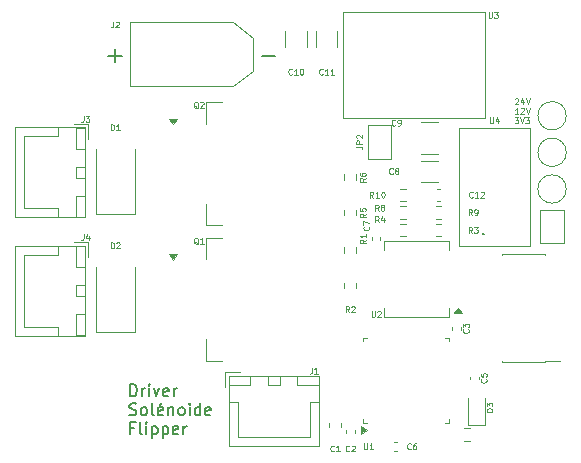
<source format=gbr>
%TF.GenerationSoftware,KiCad,Pcbnew,9.0.6-9.0.6~ubuntu22.04.1*%
%TF.CreationDate,2025-11-05T22:25:10+01:00*%
%TF.ProjectId,FliperKAd,466c6970-6572-44b4-9164-2e6b69636164,rev?*%
%TF.SameCoordinates,Original*%
%TF.FileFunction,Legend,Top*%
%TF.FilePolarity,Positive*%
%FSLAX46Y46*%
G04 Gerber Fmt 4.6, Leading zero omitted, Abs format (unit mm)*
G04 Created by KiCad (PCBNEW 9.0.6-9.0.6~ubuntu22.04.1) date 2025-11-05 22:25:10*
%MOMM*%
%LPD*%
G01*
G04 APERTURE LIST*
%ADD10C,0.100000*%
%ADD11C,0.200000*%
%ADD12C,0.080000*%
%ADD13C,0.150000*%
%ADD14C,0.120000*%
G04 APERTURE END LIST*
D10*
X58861027Y-23771284D02*
X58884836Y-23747475D01*
X58884836Y-23747475D02*
X58932455Y-23723665D01*
X58932455Y-23723665D02*
X59051503Y-23723665D01*
X59051503Y-23723665D02*
X59099122Y-23747475D01*
X59099122Y-23747475D02*
X59122931Y-23771284D01*
X59122931Y-23771284D02*
X59146741Y-23818903D01*
X59146741Y-23818903D02*
X59146741Y-23866522D01*
X59146741Y-23866522D02*
X59122931Y-23937951D01*
X59122931Y-23937951D02*
X58837217Y-24223665D01*
X58837217Y-24223665D02*
X59146741Y-24223665D01*
X59575312Y-23890332D02*
X59575312Y-24223665D01*
X59456264Y-23699856D02*
X59337217Y-24056998D01*
X59337217Y-24056998D02*
X59646740Y-24056998D01*
X59765788Y-23723665D02*
X59932454Y-24223665D01*
X59932454Y-24223665D02*
X60099121Y-23723665D01*
X59146741Y-25028637D02*
X58861027Y-25028637D01*
X59003884Y-25028637D02*
X59003884Y-24528637D01*
X59003884Y-24528637D02*
X58956265Y-24600066D01*
X58956265Y-24600066D02*
X58908646Y-24647685D01*
X58908646Y-24647685D02*
X58861027Y-24671494D01*
X59337217Y-24576256D02*
X59361026Y-24552447D01*
X59361026Y-24552447D02*
X59408645Y-24528637D01*
X59408645Y-24528637D02*
X59527693Y-24528637D01*
X59527693Y-24528637D02*
X59575312Y-24552447D01*
X59575312Y-24552447D02*
X59599121Y-24576256D01*
X59599121Y-24576256D02*
X59622931Y-24623875D01*
X59622931Y-24623875D02*
X59622931Y-24671494D01*
X59622931Y-24671494D02*
X59599121Y-24742923D01*
X59599121Y-24742923D02*
X59313407Y-25028637D01*
X59313407Y-25028637D02*
X59622931Y-25028637D01*
X59765788Y-24528637D02*
X59932454Y-25028637D01*
X59932454Y-25028637D02*
X60099121Y-24528637D01*
X58837217Y-25333609D02*
X59146741Y-25333609D01*
X59146741Y-25333609D02*
X58980074Y-25524085D01*
X58980074Y-25524085D02*
X59051503Y-25524085D01*
X59051503Y-25524085D02*
X59099122Y-25547895D01*
X59099122Y-25547895D02*
X59122931Y-25571704D01*
X59122931Y-25571704D02*
X59146741Y-25619323D01*
X59146741Y-25619323D02*
X59146741Y-25738371D01*
X59146741Y-25738371D02*
X59122931Y-25785990D01*
X59122931Y-25785990D02*
X59099122Y-25809800D01*
X59099122Y-25809800D02*
X59051503Y-25833609D01*
X59051503Y-25833609D02*
X58908646Y-25833609D01*
X58908646Y-25833609D02*
X58861027Y-25809800D01*
X58861027Y-25809800D02*
X58837217Y-25785990D01*
X59289598Y-25333609D02*
X59456264Y-25833609D01*
X59456264Y-25833609D02*
X59622931Y-25333609D01*
X59741978Y-25333609D02*
X60051502Y-25333609D01*
X60051502Y-25333609D02*
X59884835Y-25524085D01*
X59884835Y-25524085D02*
X59956264Y-25524085D01*
X59956264Y-25524085D02*
X60003883Y-25547895D01*
X60003883Y-25547895D02*
X60027692Y-25571704D01*
X60027692Y-25571704D02*
X60051502Y-25619323D01*
X60051502Y-25619323D02*
X60051502Y-25738371D01*
X60051502Y-25738371D02*
X60027692Y-25785990D01*
X60027692Y-25785990D02*
X60003883Y-25809800D01*
X60003883Y-25809800D02*
X59956264Y-25833609D01*
X59956264Y-25833609D02*
X59813407Y-25833609D01*
X59813407Y-25833609D02*
X59765788Y-25809800D01*
X59765788Y-25809800D02*
X59741978Y-25785990D01*
D11*
X26269673Y-48947331D02*
X26269673Y-47947331D01*
X26269673Y-47947331D02*
X26507768Y-47947331D01*
X26507768Y-47947331D02*
X26650625Y-47994950D01*
X26650625Y-47994950D02*
X26745863Y-48090188D01*
X26745863Y-48090188D02*
X26793482Y-48185426D01*
X26793482Y-48185426D02*
X26841101Y-48375902D01*
X26841101Y-48375902D02*
X26841101Y-48518759D01*
X26841101Y-48518759D02*
X26793482Y-48709235D01*
X26793482Y-48709235D02*
X26745863Y-48804473D01*
X26745863Y-48804473D02*
X26650625Y-48899712D01*
X26650625Y-48899712D02*
X26507768Y-48947331D01*
X26507768Y-48947331D02*
X26269673Y-48947331D01*
X27269673Y-48947331D02*
X27269673Y-48280664D01*
X27269673Y-48471140D02*
X27317292Y-48375902D01*
X27317292Y-48375902D02*
X27364911Y-48328283D01*
X27364911Y-48328283D02*
X27460149Y-48280664D01*
X27460149Y-48280664D02*
X27555387Y-48280664D01*
X27888721Y-48947331D02*
X27888721Y-48280664D01*
X27888721Y-47947331D02*
X27841102Y-47994950D01*
X27841102Y-47994950D02*
X27888721Y-48042569D01*
X27888721Y-48042569D02*
X27936340Y-47994950D01*
X27936340Y-47994950D02*
X27888721Y-47947331D01*
X27888721Y-47947331D02*
X27888721Y-48042569D01*
X28269673Y-48280664D02*
X28507768Y-48947331D01*
X28507768Y-48947331D02*
X28745863Y-48280664D01*
X29507768Y-48899712D02*
X29412530Y-48947331D01*
X29412530Y-48947331D02*
X29222054Y-48947331D01*
X29222054Y-48947331D02*
X29126816Y-48899712D01*
X29126816Y-48899712D02*
X29079197Y-48804473D01*
X29079197Y-48804473D02*
X29079197Y-48423521D01*
X29079197Y-48423521D02*
X29126816Y-48328283D01*
X29126816Y-48328283D02*
X29222054Y-48280664D01*
X29222054Y-48280664D02*
X29412530Y-48280664D01*
X29412530Y-48280664D02*
X29507768Y-48328283D01*
X29507768Y-48328283D02*
X29555387Y-48423521D01*
X29555387Y-48423521D02*
X29555387Y-48518759D01*
X29555387Y-48518759D02*
X29079197Y-48613997D01*
X29983959Y-48947331D02*
X29983959Y-48280664D01*
X29983959Y-48471140D02*
X30031578Y-48375902D01*
X30031578Y-48375902D02*
X30079197Y-48328283D01*
X30079197Y-48328283D02*
X30174435Y-48280664D01*
X30174435Y-48280664D02*
X30269673Y-48280664D01*
X26222054Y-50509656D02*
X26364911Y-50557275D01*
X26364911Y-50557275D02*
X26603006Y-50557275D01*
X26603006Y-50557275D02*
X26698244Y-50509656D01*
X26698244Y-50509656D02*
X26745863Y-50462036D01*
X26745863Y-50462036D02*
X26793482Y-50366798D01*
X26793482Y-50366798D02*
X26793482Y-50271560D01*
X26793482Y-50271560D02*
X26745863Y-50176322D01*
X26745863Y-50176322D02*
X26698244Y-50128703D01*
X26698244Y-50128703D02*
X26603006Y-50081084D01*
X26603006Y-50081084D02*
X26412530Y-50033465D01*
X26412530Y-50033465D02*
X26317292Y-49985846D01*
X26317292Y-49985846D02*
X26269673Y-49938227D01*
X26269673Y-49938227D02*
X26222054Y-49842989D01*
X26222054Y-49842989D02*
X26222054Y-49747751D01*
X26222054Y-49747751D02*
X26269673Y-49652513D01*
X26269673Y-49652513D02*
X26317292Y-49604894D01*
X26317292Y-49604894D02*
X26412530Y-49557275D01*
X26412530Y-49557275D02*
X26650625Y-49557275D01*
X26650625Y-49557275D02*
X26793482Y-49604894D01*
X27364911Y-50557275D02*
X27269673Y-50509656D01*
X27269673Y-50509656D02*
X27222054Y-50462036D01*
X27222054Y-50462036D02*
X27174435Y-50366798D01*
X27174435Y-50366798D02*
X27174435Y-50081084D01*
X27174435Y-50081084D02*
X27222054Y-49985846D01*
X27222054Y-49985846D02*
X27269673Y-49938227D01*
X27269673Y-49938227D02*
X27364911Y-49890608D01*
X27364911Y-49890608D02*
X27507768Y-49890608D01*
X27507768Y-49890608D02*
X27603006Y-49938227D01*
X27603006Y-49938227D02*
X27650625Y-49985846D01*
X27650625Y-49985846D02*
X27698244Y-50081084D01*
X27698244Y-50081084D02*
X27698244Y-50366798D01*
X27698244Y-50366798D02*
X27650625Y-50462036D01*
X27650625Y-50462036D02*
X27603006Y-50509656D01*
X27603006Y-50509656D02*
X27507768Y-50557275D01*
X27507768Y-50557275D02*
X27364911Y-50557275D01*
X28269673Y-50557275D02*
X28174435Y-50509656D01*
X28174435Y-50509656D02*
X28126816Y-50414417D01*
X28126816Y-50414417D02*
X28126816Y-49557275D01*
X29031578Y-50509656D02*
X28936340Y-50557275D01*
X28936340Y-50557275D02*
X28745864Y-50557275D01*
X28745864Y-50557275D02*
X28650626Y-50509656D01*
X28650626Y-50509656D02*
X28603007Y-50414417D01*
X28603007Y-50414417D02*
X28603007Y-50033465D01*
X28603007Y-50033465D02*
X28650626Y-49938227D01*
X28650626Y-49938227D02*
X28745864Y-49890608D01*
X28745864Y-49890608D02*
X28936340Y-49890608D01*
X28936340Y-49890608D02*
X29031578Y-49938227D01*
X29031578Y-49938227D02*
X29079197Y-50033465D01*
X29079197Y-50033465D02*
X29079197Y-50128703D01*
X29079197Y-50128703D02*
X28603007Y-50223941D01*
X28936340Y-49509656D02*
X28793483Y-49652513D01*
X29507769Y-49890608D02*
X29507769Y-50557275D01*
X29507769Y-49985846D02*
X29555388Y-49938227D01*
X29555388Y-49938227D02*
X29650626Y-49890608D01*
X29650626Y-49890608D02*
X29793483Y-49890608D01*
X29793483Y-49890608D02*
X29888721Y-49938227D01*
X29888721Y-49938227D02*
X29936340Y-50033465D01*
X29936340Y-50033465D02*
X29936340Y-50557275D01*
X30555388Y-50557275D02*
X30460150Y-50509656D01*
X30460150Y-50509656D02*
X30412531Y-50462036D01*
X30412531Y-50462036D02*
X30364912Y-50366798D01*
X30364912Y-50366798D02*
X30364912Y-50081084D01*
X30364912Y-50081084D02*
X30412531Y-49985846D01*
X30412531Y-49985846D02*
X30460150Y-49938227D01*
X30460150Y-49938227D02*
X30555388Y-49890608D01*
X30555388Y-49890608D02*
X30698245Y-49890608D01*
X30698245Y-49890608D02*
X30793483Y-49938227D01*
X30793483Y-49938227D02*
X30841102Y-49985846D01*
X30841102Y-49985846D02*
X30888721Y-50081084D01*
X30888721Y-50081084D02*
X30888721Y-50366798D01*
X30888721Y-50366798D02*
X30841102Y-50462036D01*
X30841102Y-50462036D02*
X30793483Y-50509656D01*
X30793483Y-50509656D02*
X30698245Y-50557275D01*
X30698245Y-50557275D02*
X30555388Y-50557275D01*
X31317293Y-50557275D02*
X31317293Y-49890608D01*
X31317293Y-49557275D02*
X31269674Y-49604894D01*
X31269674Y-49604894D02*
X31317293Y-49652513D01*
X31317293Y-49652513D02*
X31364912Y-49604894D01*
X31364912Y-49604894D02*
X31317293Y-49557275D01*
X31317293Y-49557275D02*
X31317293Y-49652513D01*
X32222054Y-50557275D02*
X32222054Y-49557275D01*
X32222054Y-50509656D02*
X32126816Y-50557275D01*
X32126816Y-50557275D02*
X31936340Y-50557275D01*
X31936340Y-50557275D02*
X31841102Y-50509656D01*
X31841102Y-50509656D02*
X31793483Y-50462036D01*
X31793483Y-50462036D02*
X31745864Y-50366798D01*
X31745864Y-50366798D02*
X31745864Y-50081084D01*
X31745864Y-50081084D02*
X31793483Y-49985846D01*
X31793483Y-49985846D02*
X31841102Y-49938227D01*
X31841102Y-49938227D02*
X31936340Y-49890608D01*
X31936340Y-49890608D02*
X32126816Y-49890608D01*
X32126816Y-49890608D02*
X32222054Y-49938227D01*
X33079197Y-50509656D02*
X32983959Y-50557275D01*
X32983959Y-50557275D02*
X32793483Y-50557275D01*
X32793483Y-50557275D02*
X32698245Y-50509656D01*
X32698245Y-50509656D02*
X32650626Y-50414417D01*
X32650626Y-50414417D02*
X32650626Y-50033465D01*
X32650626Y-50033465D02*
X32698245Y-49938227D01*
X32698245Y-49938227D02*
X32793483Y-49890608D01*
X32793483Y-49890608D02*
X32983959Y-49890608D01*
X32983959Y-49890608D02*
X33079197Y-49938227D01*
X33079197Y-49938227D02*
X33126816Y-50033465D01*
X33126816Y-50033465D02*
X33126816Y-50128703D01*
X33126816Y-50128703D02*
X32650626Y-50223941D01*
X26603006Y-51643409D02*
X26269673Y-51643409D01*
X26269673Y-52167219D02*
X26269673Y-51167219D01*
X26269673Y-51167219D02*
X26745863Y-51167219D01*
X27269673Y-52167219D02*
X27174435Y-52119600D01*
X27174435Y-52119600D02*
X27126816Y-52024361D01*
X27126816Y-52024361D02*
X27126816Y-51167219D01*
X27650626Y-52167219D02*
X27650626Y-51500552D01*
X27650626Y-51167219D02*
X27603007Y-51214838D01*
X27603007Y-51214838D02*
X27650626Y-51262457D01*
X27650626Y-51262457D02*
X27698245Y-51214838D01*
X27698245Y-51214838D02*
X27650626Y-51167219D01*
X27650626Y-51167219D02*
X27650626Y-51262457D01*
X28126816Y-51500552D02*
X28126816Y-52500552D01*
X28126816Y-51548171D02*
X28222054Y-51500552D01*
X28222054Y-51500552D02*
X28412530Y-51500552D01*
X28412530Y-51500552D02*
X28507768Y-51548171D01*
X28507768Y-51548171D02*
X28555387Y-51595790D01*
X28555387Y-51595790D02*
X28603006Y-51691028D01*
X28603006Y-51691028D02*
X28603006Y-51976742D01*
X28603006Y-51976742D02*
X28555387Y-52071980D01*
X28555387Y-52071980D02*
X28507768Y-52119600D01*
X28507768Y-52119600D02*
X28412530Y-52167219D01*
X28412530Y-52167219D02*
X28222054Y-52167219D01*
X28222054Y-52167219D02*
X28126816Y-52119600D01*
X29031578Y-51500552D02*
X29031578Y-52500552D01*
X29031578Y-51548171D02*
X29126816Y-51500552D01*
X29126816Y-51500552D02*
X29317292Y-51500552D01*
X29317292Y-51500552D02*
X29412530Y-51548171D01*
X29412530Y-51548171D02*
X29460149Y-51595790D01*
X29460149Y-51595790D02*
X29507768Y-51691028D01*
X29507768Y-51691028D02*
X29507768Y-51976742D01*
X29507768Y-51976742D02*
X29460149Y-52071980D01*
X29460149Y-52071980D02*
X29412530Y-52119600D01*
X29412530Y-52119600D02*
X29317292Y-52167219D01*
X29317292Y-52167219D02*
X29126816Y-52167219D01*
X29126816Y-52167219D02*
X29031578Y-52119600D01*
X30317292Y-52119600D02*
X30222054Y-52167219D01*
X30222054Y-52167219D02*
X30031578Y-52167219D01*
X30031578Y-52167219D02*
X29936340Y-52119600D01*
X29936340Y-52119600D02*
X29888721Y-52024361D01*
X29888721Y-52024361D02*
X29888721Y-51643409D01*
X29888721Y-51643409D02*
X29936340Y-51548171D01*
X29936340Y-51548171D02*
X30031578Y-51500552D01*
X30031578Y-51500552D02*
X30222054Y-51500552D01*
X30222054Y-51500552D02*
X30317292Y-51548171D01*
X30317292Y-51548171D02*
X30364911Y-51643409D01*
X30364911Y-51643409D02*
X30364911Y-51738647D01*
X30364911Y-51738647D02*
X29888721Y-51833885D01*
X30793483Y-52167219D02*
X30793483Y-51500552D01*
X30793483Y-51691028D02*
X30841102Y-51595790D01*
X30841102Y-51595790D02*
X30888721Y-51548171D01*
X30888721Y-51548171D02*
X30983959Y-51500552D01*
X30983959Y-51500552D02*
X31079197Y-51500552D01*
D12*
X56952149Y-50269047D02*
X56452149Y-50269047D01*
X56452149Y-50269047D02*
X56452149Y-50149999D01*
X56452149Y-50149999D02*
X56475959Y-50078571D01*
X56475959Y-50078571D02*
X56523578Y-50030952D01*
X56523578Y-50030952D02*
X56571197Y-50007142D01*
X56571197Y-50007142D02*
X56666435Y-49983333D01*
X56666435Y-49983333D02*
X56737863Y-49983333D01*
X56737863Y-49983333D02*
X56833101Y-50007142D01*
X56833101Y-50007142D02*
X56880720Y-50030952D01*
X56880720Y-50030952D02*
X56928340Y-50078571D01*
X56928340Y-50078571D02*
X56952149Y-50149999D01*
X56952149Y-50149999D02*
X56952149Y-50269047D01*
X56452149Y-49816666D02*
X56452149Y-49507142D01*
X56452149Y-49507142D02*
X56642625Y-49673809D01*
X56642625Y-49673809D02*
X56642625Y-49602380D01*
X56642625Y-49602380D02*
X56666435Y-49554761D01*
X56666435Y-49554761D02*
X56690244Y-49530952D01*
X56690244Y-49530952D02*
X56737863Y-49507142D01*
X56737863Y-49507142D02*
X56856911Y-49507142D01*
X56856911Y-49507142D02*
X56904530Y-49530952D01*
X56904530Y-49530952D02*
X56928340Y-49554761D01*
X56928340Y-49554761D02*
X56952149Y-49602380D01*
X56952149Y-49602380D02*
X56952149Y-49745237D01*
X56952149Y-49745237D02*
X56928340Y-49792856D01*
X56928340Y-49792856D02*
X56904530Y-49816666D01*
X46878571Y-32127149D02*
X46711905Y-31889054D01*
X46592857Y-32127149D02*
X46592857Y-31627149D01*
X46592857Y-31627149D02*
X46783333Y-31627149D01*
X46783333Y-31627149D02*
X46830952Y-31650959D01*
X46830952Y-31650959D02*
X46854762Y-31674768D01*
X46854762Y-31674768D02*
X46878571Y-31722387D01*
X46878571Y-31722387D02*
X46878571Y-31793816D01*
X46878571Y-31793816D02*
X46854762Y-31841435D01*
X46854762Y-31841435D02*
X46830952Y-31865244D01*
X46830952Y-31865244D02*
X46783333Y-31889054D01*
X46783333Y-31889054D02*
X46592857Y-31889054D01*
X47354762Y-32127149D02*
X47069048Y-32127149D01*
X47211905Y-32127149D02*
X47211905Y-31627149D01*
X47211905Y-31627149D02*
X47164286Y-31698578D01*
X47164286Y-31698578D02*
X47116667Y-31746197D01*
X47116667Y-31746197D02*
X47069048Y-31770006D01*
X47664285Y-31627149D02*
X47711904Y-31627149D01*
X47711904Y-31627149D02*
X47759523Y-31650959D01*
X47759523Y-31650959D02*
X47783333Y-31674768D01*
X47783333Y-31674768D02*
X47807142Y-31722387D01*
X47807142Y-31722387D02*
X47830952Y-31817625D01*
X47830952Y-31817625D02*
X47830952Y-31936673D01*
X47830952Y-31936673D02*
X47807142Y-32031911D01*
X47807142Y-32031911D02*
X47783333Y-32079530D01*
X47783333Y-32079530D02*
X47759523Y-32103340D01*
X47759523Y-32103340D02*
X47711904Y-32127149D01*
X47711904Y-32127149D02*
X47664285Y-32127149D01*
X47664285Y-32127149D02*
X47616666Y-32103340D01*
X47616666Y-32103340D02*
X47592857Y-32079530D01*
X47592857Y-32079530D02*
X47569047Y-32031911D01*
X47569047Y-32031911D02*
X47545238Y-31936673D01*
X47545238Y-31936673D02*
X47545238Y-31817625D01*
X47545238Y-31817625D02*
X47569047Y-31722387D01*
X47569047Y-31722387D02*
X47592857Y-31674768D01*
X47592857Y-31674768D02*
X47616666Y-31650959D01*
X47616666Y-31650959D02*
X47664285Y-31627149D01*
X55278571Y-32079530D02*
X55254762Y-32103340D01*
X55254762Y-32103340D02*
X55183333Y-32127149D01*
X55183333Y-32127149D02*
X55135714Y-32127149D01*
X55135714Y-32127149D02*
X55064286Y-32103340D01*
X55064286Y-32103340D02*
X55016667Y-32055720D01*
X55016667Y-32055720D02*
X54992857Y-32008101D01*
X54992857Y-32008101D02*
X54969048Y-31912863D01*
X54969048Y-31912863D02*
X54969048Y-31841435D01*
X54969048Y-31841435D02*
X54992857Y-31746197D01*
X54992857Y-31746197D02*
X55016667Y-31698578D01*
X55016667Y-31698578D02*
X55064286Y-31650959D01*
X55064286Y-31650959D02*
X55135714Y-31627149D01*
X55135714Y-31627149D02*
X55183333Y-31627149D01*
X55183333Y-31627149D02*
X55254762Y-31650959D01*
X55254762Y-31650959D02*
X55278571Y-31674768D01*
X55754762Y-32127149D02*
X55469048Y-32127149D01*
X55611905Y-32127149D02*
X55611905Y-31627149D01*
X55611905Y-31627149D02*
X55564286Y-31698578D01*
X55564286Y-31698578D02*
X55516667Y-31746197D01*
X55516667Y-31746197D02*
X55469048Y-31770006D01*
X55945238Y-31674768D02*
X55969047Y-31650959D01*
X55969047Y-31650959D02*
X56016666Y-31627149D01*
X56016666Y-31627149D02*
X56135714Y-31627149D01*
X56135714Y-31627149D02*
X56183333Y-31650959D01*
X56183333Y-31650959D02*
X56207142Y-31674768D01*
X56207142Y-31674768D02*
X56230952Y-31722387D01*
X56230952Y-31722387D02*
X56230952Y-31770006D01*
X56230952Y-31770006D02*
X56207142Y-31841435D01*
X56207142Y-31841435D02*
X55921428Y-32127149D01*
X55921428Y-32127149D02*
X56230952Y-32127149D01*
X48516666Y-30079530D02*
X48492857Y-30103340D01*
X48492857Y-30103340D02*
X48421428Y-30127149D01*
X48421428Y-30127149D02*
X48373809Y-30127149D01*
X48373809Y-30127149D02*
X48302381Y-30103340D01*
X48302381Y-30103340D02*
X48254762Y-30055720D01*
X48254762Y-30055720D02*
X48230952Y-30008101D01*
X48230952Y-30008101D02*
X48207143Y-29912863D01*
X48207143Y-29912863D02*
X48207143Y-29841435D01*
X48207143Y-29841435D02*
X48230952Y-29746197D01*
X48230952Y-29746197D02*
X48254762Y-29698578D01*
X48254762Y-29698578D02*
X48302381Y-29650959D01*
X48302381Y-29650959D02*
X48373809Y-29627149D01*
X48373809Y-29627149D02*
X48421428Y-29627149D01*
X48421428Y-29627149D02*
X48492857Y-29650959D01*
X48492857Y-29650959D02*
X48516666Y-29674768D01*
X48802381Y-29841435D02*
X48754762Y-29817625D01*
X48754762Y-29817625D02*
X48730952Y-29793816D01*
X48730952Y-29793816D02*
X48707143Y-29746197D01*
X48707143Y-29746197D02*
X48707143Y-29722387D01*
X48707143Y-29722387D02*
X48730952Y-29674768D01*
X48730952Y-29674768D02*
X48754762Y-29650959D01*
X48754762Y-29650959D02*
X48802381Y-29627149D01*
X48802381Y-29627149D02*
X48897619Y-29627149D01*
X48897619Y-29627149D02*
X48945238Y-29650959D01*
X48945238Y-29650959D02*
X48969047Y-29674768D01*
X48969047Y-29674768D02*
X48992857Y-29722387D01*
X48992857Y-29722387D02*
X48992857Y-29746197D01*
X48992857Y-29746197D02*
X48969047Y-29793816D01*
X48969047Y-29793816D02*
X48945238Y-29817625D01*
X48945238Y-29817625D02*
X48897619Y-29841435D01*
X48897619Y-29841435D02*
X48802381Y-29841435D01*
X48802381Y-29841435D02*
X48754762Y-29865244D01*
X48754762Y-29865244D02*
X48730952Y-29889054D01*
X48730952Y-29889054D02*
X48707143Y-29936673D01*
X48707143Y-29936673D02*
X48707143Y-30031911D01*
X48707143Y-30031911D02*
X48730952Y-30079530D01*
X48730952Y-30079530D02*
X48754762Y-30103340D01*
X48754762Y-30103340D02*
X48802381Y-30127149D01*
X48802381Y-30127149D02*
X48897619Y-30127149D01*
X48897619Y-30127149D02*
X48945238Y-30103340D01*
X48945238Y-30103340D02*
X48969047Y-30079530D01*
X48969047Y-30079530D02*
X48992857Y-30031911D01*
X48992857Y-30031911D02*
X48992857Y-29936673D01*
X48992857Y-29936673D02*
X48969047Y-29889054D01*
X48969047Y-29889054D02*
X48945238Y-29865244D01*
X48945238Y-29865244D02*
X48897619Y-29841435D01*
X46479530Y-34583333D02*
X46503340Y-34607142D01*
X46503340Y-34607142D02*
X46527149Y-34678571D01*
X46527149Y-34678571D02*
X46527149Y-34726190D01*
X46527149Y-34726190D02*
X46503340Y-34797618D01*
X46503340Y-34797618D02*
X46455720Y-34845237D01*
X46455720Y-34845237D02*
X46408101Y-34869047D01*
X46408101Y-34869047D02*
X46312863Y-34892856D01*
X46312863Y-34892856D02*
X46241435Y-34892856D01*
X46241435Y-34892856D02*
X46146197Y-34869047D01*
X46146197Y-34869047D02*
X46098578Y-34845237D01*
X46098578Y-34845237D02*
X46050959Y-34797618D01*
X46050959Y-34797618D02*
X46027149Y-34726190D01*
X46027149Y-34726190D02*
X46027149Y-34678571D01*
X46027149Y-34678571D02*
X46050959Y-34607142D01*
X46050959Y-34607142D02*
X46074768Y-34583333D01*
X46027149Y-34416666D02*
X46027149Y-34083333D01*
X46027149Y-34083333D02*
X46527149Y-34297618D01*
X50041666Y-53379530D02*
X50017857Y-53403340D01*
X50017857Y-53403340D02*
X49946428Y-53427149D01*
X49946428Y-53427149D02*
X49898809Y-53427149D01*
X49898809Y-53427149D02*
X49827381Y-53403340D01*
X49827381Y-53403340D02*
X49779762Y-53355720D01*
X49779762Y-53355720D02*
X49755952Y-53308101D01*
X49755952Y-53308101D02*
X49732143Y-53212863D01*
X49732143Y-53212863D02*
X49732143Y-53141435D01*
X49732143Y-53141435D02*
X49755952Y-53046197D01*
X49755952Y-53046197D02*
X49779762Y-52998578D01*
X49779762Y-52998578D02*
X49827381Y-52950959D01*
X49827381Y-52950959D02*
X49898809Y-52927149D01*
X49898809Y-52927149D02*
X49946428Y-52927149D01*
X49946428Y-52927149D02*
X50017857Y-52950959D01*
X50017857Y-52950959D02*
X50041666Y-52974768D01*
X50470238Y-52927149D02*
X50375000Y-52927149D01*
X50375000Y-52927149D02*
X50327381Y-52950959D01*
X50327381Y-52950959D02*
X50303571Y-52974768D01*
X50303571Y-52974768D02*
X50255952Y-53046197D01*
X50255952Y-53046197D02*
X50232143Y-53141435D01*
X50232143Y-53141435D02*
X50232143Y-53331911D01*
X50232143Y-53331911D02*
X50255952Y-53379530D01*
X50255952Y-53379530D02*
X50279762Y-53403340D01*
X50279762Y-53403340D02*
X50327381Y-53427149D01*
X50327381Y-53427149D02*
X50422619Y-53427149D01*
X50422619Y-53427149D02*
X50470238Y-53403340D01*
X50470238Y-53403340D02*
X50494047Y-53379530D01*
X50494047Y-53379530D02*
X50517857Y-53331911D01*
X50517857Y-53331911D02*
X50517857Y-53212863D01*
X50517857Y-53212863D02*
X50494047Y-53165244D01*
X50494047Y-53165244D02*
X50470238Y-53141435D01*
X50470238Y-53141435D02*
X50422619Y-53117625D01*
X50422619Y-53117625D02*
X50327381Y-53117625D01*
X50327381Y-53117625D02*
X50279762Y-53141435D01*
X50279762Y-53141435D02*
X50255952Y-53165244D01*
X50255952Y-53165244D02*
X50232143Y-53212863D01*
X55216666Y-35127149D02*
X55050000Y-34889054D01*
X54930952Y-35127149D02*
X54930952Y-34627149D01*
X54930952Y-34627149D02*
X55121428Y-34627149D01*
X55121428Y-34627149D02*
X55169047Y-34650959D01*
X55169047Y-34650959D02*
X55192857Y-34674768D01*
X55192857Y-34674768D02*
X55216666Y-34722387D01*
X55216666Y-34722387D02*
X55216666Y-34793816D01*
X55216666Y-34793816D02*
X55192857Y-34841435D01*
X55192857Y-34841435D02*
X55169047Y-34865244D01*
X55169047Y-34865244D02*
X55121428Y-34889054D01*
X55121428Y-34889054D02*
X54930952Y-34889054D01*
X55383333Y-34627149D02*
X55692857Y-34627149D01*
X55692857Y-34627149D02*
X55526190Y-34817625D01*
X55526190Y-34817625D02*
X55597619Y-34817625D01*
X55597619Y-34817625D02*
X55645238Y-34841435D01*
X55645238Y-34841435D02*
X55669047Y-34865244D01*
X55669047Y-34865244D02*
X55692857Y-34912863D01*
X55692857Y-34912863D02*
X55692857Y-35031911D01*
X55692857Y-35031911D02*
X55669047Y-35079530D01*
X55669047Y-35079530D02*
X55645238Y-35103340D01*
X55645238Y-35103340D02*
X55597619Y-35127149D01*
X55597619Y-35127149D02*
X55454762Y-35127149D01*
X55454762Y-35127149D02*
X55407143Y-35103340D01*
X55407143Y-35103340D02*
X55383333Y-35079530D01*
X47316666Y-34227149D02*
X47150000Y-33989054D01*
X47030952Y-34227149D02*
X47030952Y-33727149D01*
X47030952Y-33727149D02*
X47221428Y-33727149D01*
X47221428Y-33727149D02*
X47269047Y-33750959D01*
X47269047Y-33750959D02*
X47292857Y-33774768D01*
X47292857Y-33774768D02*
X47316666Y-33822387D01*
X47316666Y-33822387D02*
X47316666Y-33893816D01*
X47316666Y-33893816D02*
X47292857Y-33941435D01*
X47292857Y-33941435D02*
X47269047Y-33965244D01*
X47269047Y-33965244D02*
X47221428Y-33989054D01*
X47221428Y-33989054D02*
X47030952Y-33989054D01*
X47745238Y-33893816D02*
X47745238Y-34227149D01*
X47626190Y-33703340D02*
X47507143Y-34060482D01*
X47507143Y-34060482D02*
X47816666Y-34060482D01*
X56404530Y-47483333D02*
X56428340Y-47507142D01*
X56428340Y-47507142D02*
X56452149Y-47578571D01*
X56452149Y-47578571D02*
X56452149Y-47626190D01*
X56452149Y-47626190D02*
X56428340Y-47697618D01*
X56428340Y-47697618D02*
X56380720Y-47745237D01*
X56380720Y-47745237D02*
X56333101Y-47769047D01*
X56333101Y-47769047D02*
X56237863Y-47792856D01*
X56237863Y-47792856D02*
X56166435Y-47792856D01*
X56166435Y-47792856D02*
X56071197Y-47769047D01*
X56071197Y-47769047D02*
X56023578Y-47745237D01*
X56023578Y-47745237D02*
X55975959Y-47697618D01*
X55975959Y-47697618D02*
X55952149Y-47626190D01*
X55952149Y-47626190D02*
X55952149Y-47578571D01*
X55952149Y-47578571D02*
X55975959Y-47507142D01*
X55975959Y-47507142D02*
X55999768Y-47483333D01*
X55952149Y-47030952D02*
X55952149Y-47269047D01*
X55952149Y-47269047D02*
X56190244Y-47292856D01*
X56190244Y-47292856D02*
X56166435Y-47269047D01*
X56166435Y-47269047D02*
X56142625Y-47221428D01*
X56142625Y-47221428D02*
X56142625Y-47102380D01*
X56142625Y-47102380D02*
X56166435Y-47054761D01*
X56166435Y-47054761D02*
X56190244Y-47030952D01*
X56190244Y-47030952D02*
X56237863Y-47007142D01*
X56237863Y-47007142D02*
X56356911Y-47007142D01*
X56356911Y-47007142D02*
X56404530Y-47030952D01*
X56404530Y-47030952D02*
X56428340Y-47054761D01*
X56428340Y-47054761D02*
X56452149Y-47102380D01*
X56452149Y-47102380D02*
X56452149Y-47221428D01*
X56452149Y-47221428D02*
X56428340Y-47269047D01*
X56428340Y-47269047D02*
X56404530Y-47292856D01*
X54904530Y-43283333D02*
X54928340Y-43307142D01*
X54928340Y-43307142D02*
X54952149Y-43378571D01*
X54952149Y-43378571D02*
X54952149Y-43426190D01*
X54952149Y-43426190D02*
X54928340Y-43497618D01*
X54928340Y-43497618D02*
X54880720Y-43545237D01*
X54880720Y-43545237D02*
X54833101Y-43569047D01*
X54833101Y-43569047D02*
X54737863Y-43592856D01*
X54737863Y-43592856D02*
X54666435Y-43592856D01*
X54666435Y-43592856D02*
X54571197Y-43569047D01*
X54571197Y-43569047D02*
X54523578Y-43545237D01*
X54523578Y-43545237D02*
X54475959Y-43497618D01*
X54475959Y-43497618D02*
X54452149Y-43426190D01*
X54452149Y-43426190D02*
X54452149Y-43378571D01*
X54452149Y-43378571D02*
X54475959Y-43307142D01*
X54475959Y-43307142D02*
X54499768Y-43283333D01*
X54452149Y-43116666D02*
X54452149Y-42807142D01*
X54452149Y-42807142D02*
X54642625Y-42973809D01*
X54642625Y-42973809D02*
X54642625Y-42902380D01*
X54642625Y-42902380D02*
X54666435Y-42854761D01*
X54666435Y-42854761D02*
X54690244Y-42830952D01*
X54690244Y-42830952D02*
X54737863Y-42807142D01*
X54737863Y-42807142D02*
X54856911Y-42807142D01*
X54856911Y-42807142D02*
X54904530Y-42830952D01*
X54904530Y-42830952D02*
X54928340Y-42854761D01*
X54928340Y-42854761D02*
X54952149Y-42902380D01*
X54952149Y-42902380D02*
X54952149Y-43045237D01*
X54952149Y-43045237D02*
X54928340Y-43092856D01*
X54928340Y-43092856D02*
X54904530Y-43116666D01*
X44841666Y-53579530D02*
X44817857Y-53603340D01*
X44817857Y-53603340D02*
X44746428Y-53627149D01*
X44746428Y-53627149D02*
X44698809Y-53627149D01*
X44698809Y-53627149D02*
X44627381Y-53603340D01*
X44627381Y-53603340D02*
X44579762Y-53555720D01*
X44579762Y-53555720D02*
X44555952Y-53508101D01*
X44555952Y-53508101D02*
X44532143Y-53412863D01*
X44532143Y-53412863D02*
X44532143Y-53341435D01*
X44532143Y-53341435D02*
X44555952Y-53246197D01*
X44555952Y-53246197D02*
X44579762Y-53198578D01*
X44579762Y-53198578D02*
X44627381Y-53150959D01*
X44627381Y-53150959D02*
X44698809Y-53127149D01*
X44698809Y-53127149D02*
X44746428Y-53127149D01*
X44746428Y-53127149D02*
X44817857Y-53150959D01*
X44817857Y-53150959D02*
X44841666Y-53174768D01*
X45032143Y-53174768D02*
X45055952Y-53150959D01*
X45055952Y-53150959D02*
X45103571Y-53127149D01*
X45103571Y-53127149D02*
X45222619Y-53127149D01*
X45222619Y-53127149D02*
X45270238Y-53150959D01*
X45270238Y-53150959D02*
X45294047Y-53174768D01*
X45294047Y-53174768D02*
X45317857Y-53222387D01*
X45317857Y-53222387D02*
X45317857Y-53270006D01*
X45317857Y-53270006D02*
X45294047Y-53341435D01*
X45294047Y-53341435D02*
X45008333Y-53627149D01*
X45008333Y-53627149D02*
X45317857Y-53627149D01*
X43541666Y-53579530D02*
X43517857Y-53603340D01*
X43517857Y-53603340D02*
X43446428Y-53627149D01*
X43446428Y-53627149D02*
X43398809Y-53627149D01*
X43398809Y-53627149D02*
X43327381Y-53603340D01*
X43327381Y-53603340D02*
X43279762Y-53555720D01*
X43279762Y-53555720D02*
X43255952Y-53508101D01*
X43255952Y-53508101D02*
X43232143Y-53412863D01*
X43232143Y-53412863D02*
X43232143Y-53341435D01*
X43232143Y-53341435D02*
X43255952Y-53246197D01*
X43255952Y-53246197D02*
X43279762Y-53198578D01*
X43279762Y-53198578D02*
X43327381Y-53150959D01*
X43327381Y-53150959D02*
X43398809Y-53127149D01*
X43398809Y-53127149D02*
X43446428Y-53127149D01*
X43446428Y-53127149D02*
X43517857Y-53150959D01*
X43517857Y-53150959D02*
X43541666Y-53174768D01*
X44017857Y-53627149D02*
X43732143Y-53627149D01*
X43875000Y-53627149D02*
X43875000Y-53127149D01*
X43875000Y-53127149D02*
X43827381Y-53198578D01*
X43827381Y-53198578D02*
X43779762Y-53246197D01*
X43779762Y-53246197D02*
X43732143Y-53270006D01*
X55216666Y-33627149D02*
X55050000Y-33389054D01*
X54930952Y-33627149D02*
X54930952Y-33127149D01*
X54930952Y-33127149D02*
X55121428Y-33127149D01*
X55121428Y-33127149D02*
X55169047Y-33150959D01*
X55169047Y-33150959D02*
X55192857Y-33174768D01*
X55192857Y-33174768D02*
X55216666Y-33222387D01*
X55216666Y-33222387D02*
X55216666Y-33293816D01*
X55216666Y-33293816D02*
X55192857Y-33341435D01*
X55192857Y-33341435D02*
X55169047Y-33365244D01*
X55169047Y-33365244D02*
X55121428Y-33389054D01*
X55121428Y-33389054D02*
X54930952Y-33389054D01*
X55454762Y-33627149D02*
X55550000Y-33627149D01*
X55550000Y-33627149D02*
X55597619Y-33603340D01*
X55597619Y-33603340D02*
X55621428Y-33579530D01*
X55621428Y-33579530D02*
X55669047Y-33508101D01*
X55669047Y-33508101D02*
X55692857Y-33412863D01*
X55692857Y-33412863D02*
X55692857Y-33222387D01*
X55692857Y-33222387D02*
X55669047Y-33174768D01*
X55669047Y-33174768D02*
X55645238Y-33150959D01*
X55645238Y-33150959D02*
X55597619Y-33127149D01*
X55597619Y-33127149D02*
X55502381Y-33127149D01*
X55502381Y-33127149D02*
X55454762Y-33150959D01*
X55454762Y-33150959D02*
X55430952Y-33174768D01*
X55430952Y-33174768D02*
X55407143Y-33222387D01*
X55407143Y-33222387D02*
X55407143Y-33341435D01*
X55407143Y-33341435D02*
X55430952Y-33389054D01*
X55430952Y-33389054D02*
X55454762Y-33412863D01*
X55454762Y-33412863D02*
X55502381Y-33436673D01*
X55502381Y-33436673D02*
X55597619Y-33436673D01*
X55597619Y-33436673D02*
X55645238Y-33412863D01*
X55645238Y-33412863D02*
X55669047Y-33389054D01*
X55669047Y-33389054D02*
X55692857Y-33341435D01*
X47316666Y-33227149D02*
X47150000Y-32989054D01*
X47030952Y-33227149D02*
X47030952Y-32727149D01*
X47030952Y-32727149D02*
X47221428Y-32727149D01*
X47221428Y-32727149D02*
X47269047Y-32750959D01*
X47269047Y-32750959D02*
X47292857Y-32774768D01*
X47292857Y-32774768D02*
X47316666Y-32822387D01*
X47316666Y-32822387D02*
X47316666Y-32893816D01*
X47316666Y-32893816D02*
X47292857Y-32941435D01*
X47292857Y-32941435D02*
X47269047Y-32965244D01*
X47269047Y-32965244D02*
X47221428Y-32989054D01*
X47221428Y-32989054D02*
X47030952Y-32989054D01*
X47602381Y-32941435D02*
X47554762Y-32917625D01*
X47554762Y-32917625D02*
X47530952Y-32893816D01*
X47530952Y-32893816D02*
X47507143Y-32846197D01*
X47507143Y-32846197D02*
X47507143Y-32822387D01*
X47507143Y-32822387D02*
X47530952Y-32774768D01*
X47530952Y-32774768D02*
X47554762Y-32750959D01*
X47554762Y-32750959D02*
X47602381Y-32727149D01*
X47602381Y-32727149D02*
X47697619Y-32727149D01*
X47697619Y-32727149D02*
X47745238Y-32750959D01*
X47745238Y-32750959D02*
X47769047Y-32774768D01*
X47769047Y-32774768D02*
X47792857Y-32822387D01*
X47792857Y-32822387D02*
X47792857Y-32846197D01*
X47792857Y-32846197D02*
X47769047Y-32893816D01*
X47769047Y-32893816D02*
X47745238Y-32917625D01*
X47745238Y-32917625D02*
X47697619Y-32941435D01*
X47697619Y-32941435D02*
X47602381Y-32941435D01*
X47602381Y-32941435D02*
X47554762Y-32965244D01*
X47554762Y-32965244D02*
X47530952Y-32989054D01*
X47530952Y-32989054D02*
X47507143Y-33036673D01*
X47507143Y-33036673D02*
X47507143Y-33131911D01*
X47507143Y-33131911D02*
X47530952Y-33179530D01*
X47530952Y-33179530D02*
X47554762Y-33203340D01*
X47554762Y-33203340D02*
X47602381Y-33227149D01*
X47602381Y-33227149D02*
X47697619Y-33227149D01*
X47697619Y-33227149D02*
X47745238Y-33203340D01*
X47745238Y-33203340D02*
X47769047Y-33179530D01*
X47769047Y-33179530D02*
X47792857Y-33131911D01*
X47792857Y-33131911D02*
X47792857Y-33036673D01*
X47792857Y-33036673D02*
X47769047Y-32989054D01*
X47769047Y-32989054D02*
X47745238Y-32965244D01*
X47745238Y-32965244D02*
X47697619Y-32941435D01*
X56719047Y-25327149D02*
X56719047Y-25731911D01*
X56719047Y-25731911D02*
X56742857Y-25779530D01*
X56742857Y-25779530D02*
X56766666Y-25803340D01*
X56766666Y-25803340D02*
X56814285Y-25827149D01*
X56814285Y-25827149D02*
X56909523Y-25827149D01*
X56909523Y-25827149D02*
X56957142Y-25803340D01*
X56957142Y-25803340D02*
X56980952Y-25779530D01*
X56980952Y-25779530D02*
X57004761Y-25731911D01*
X57004761Y-25731911D02*
X57004761Y-25327149D01*
X57457143Y-25493816D02*
X57457143Y-25827149D01*
X57338095Y-25303340D02*
X57219048Y-25660482D01*
X57219048Y-25660482D02*
X57528571Y-25660482D01*
X48716666Y-25979530D02*
X48692857Y-26003340D01*
X48692857Y-26003340D02*
X48621428Y-26027149D01*
X48621428Y-26027149D02*
X48573809Y-26027149D01*
X48573809Y-26027149D02*
X48502381Y-26003340D01*
X48502381Y-26003340D02*
X48454762Y-25955720D01*
X48454762Y-25955720D02*
X48430952Y-25908101D01*
X48430952Y-25908101D02*
X48407143Y-25812863D01*
X48407143Y-25812863D02*
X48407143Y-25741435D01*
X48407143Y-25741435D02*
X48430952Y-25646197D01*
X48430952Y-25646197D02*
X48454762Y-25598578D01*
X48454762Y-25598578D02*
X48502381Y-25550959D01*
X48502381Y-25550959D02*
X48573809Y-25527149D01*
X48573809Y-25527149D02*
X48621428Y-25527149D01*
X48621428Y-25527149D02*
X48692857Y-25550959D01*
X48692857Y-25550959D02*
X48716666Y-25574768D01*
X48954762Y-26027149D02*
X49050000Y-26027149D01*
X49050000Y-26027149D02*
X49097619Y-26003340D01*
X49097619Y-26003340D02*
X49121428Y-25979530D01*
X49121428Y-25979530D02*
X49169047Y-25908101D01*
X49169047Y-25908101D02*
X49192857Y-25812863D01*
X49192857Y-25812863D02*
X49192857Y-25622387D01*
X49192857Y-25622387D02*
X49169047Y-25574768D01*
X49169047Y-25574768D02*
X49145238Y-25550959D01*
X49145238Y-25550959D02*
X49097619Y-25527149D01*
X49097619Y-25527149D02*
X49002381Y-25527149D01*
X49002381Y-25527149D02*
X48954762Y-25550959D01*
X48954762Y-25550959D02*
X48930952Y-25574768D01*
X48930952Y-25574768D02*
X48907143Y-25622387D01*
X48907143Y-25622387D02*
X48907143Y-25741435D01*
X48907143Y-25741435D02*
X48930952Y-25789054D01*
X48930952Y-25789054D02*
X48954762Y-25812863D01*
X48954762Y-25812863D02*
X49002381Y-25836673D01*
X49002381Y-25836673D02*
X49097619Y-25836673D01*
X49097619Y-25836673D02*
X49145238Y-25812863D01*
X49145238Y-25812863D02*
X49169047Y-25789054D01*
X49169047Y-25789054D02*
X49192857Y-25741435D01*
X42578571Y-21679530D02*
X42554762Y-21703340D01*
X42554762Y-21703340D02*
X42483333Y-21727149D01*
X42483333Y-21727149D02*
X42435714Y-21727149D01*
X42435714Y-21727149D02*
X42364286Y-21703340D01*
X42364286Y-21703340D02*
X42316667Y-21655720D01*
X42316667Y-21655720D02*
X42292857Y-21608101D01*
X42292857Y-21608101D02*
X42269048Y-21512863D01*
X42269048Y-21512863D02*
X42269048Y-21441435D01*
X42269048Y-21441435D02*
X42292857Y-21346197D01*
X42292857Y-21346197D02*
X42316667Y-21298578D01*
X42316667Y-21298578D02*
X42364286Y-21250959D01*
X42364286Y-21250959D02*
X42435714Y-21227149D01*
X42435714Y-21227149D02*
X42483333Y-21227149D01*
X42483333Y-21227149D02*
X42554762Y-21250959D01*
X42554762Y-21250959D02*
X42578571Y-21274768D01*
X43054762Y-21727149D02*
X42769048Y-21727149D01*
X42911905Y-21727149D02*
X42911905Y-21227149D01*
X42911905Y-21227149D02*
X42864286Y-21298578D01*
X42864286Y-21298578D02*
X42816667Y-21346197D01*
X42816667Y-21346197D02*
X42769048Y-21370006D01*
X43530952Y-21727149D02*
X43245238Y-21727149D01*
X43388095Y-21727149D02*
X43388095Y-21227149D01*
X43388095Y-21227149D02*
X43340476Y-21298578D01*
X43340476Y-21298578D02*
X43292857Y-21346197D01*
X43292857Y-21346197D02*
X43245238Y-21370006D01*
X39978571Y-21679530D02*
X39954762Y-21703340D01*
X39954762Y-21703340D02*
X39883333Y-21727149D01*
X39883333Y-21727149D02*
X39835714Y-21727149D01*
X39835714Y-21727149D02*
X39764286Y-21703340D01*
X39764286Y-21703340D02*
X39716667Y-21655720D01*
X39716667Y-21655720D02*
X39692857Y-21608101D01*
X39692857Y-21608101D02*
X39669048Y-21512863D01*
X39669048Y-21512863D02*
X39669048Y-21441435D01*
X39669048Y-21441435D02*
X39692857Y-21346197D01*
X39692857Y-21346197D02*
X39716667Y-21298578D01*
X39716667Y-21298578D02*
X39764286Y-21250959D01*
X39764286Y-21250959D02*
X39835714Y-21227149D01*
X39835714Y-21227149D02*
X39883333Y-21227149D01*
X39883333Y-21227149D02*
X39954762Y-21250959D01*
X39954762Y-21250959D02*
X39978571Y-21274768D01*
X40454762Y-21727149D02*
X40169048Y-21727149D01*
X40311905Y-21727149D02*
X40311905Y-21227149D01*
X40311905Y-21227149D02*
X40264286Y-21298578D01*
X40264286Y-21298578D02*
X40216667Y-21346197D01*
X40216667Y-21346197D02*
X40169048Y-21370006D01*
X40764285Y-21227149D02*
X40811904Y-21227149D01*
X40811904Y-21227149D02*
X40859523Y-21250959D01*
X40859523Y-21250959D02*
X40883333Y-21274768D01*
X40883333Y-21274768D02*
X40907142Y-21322387D01*
X40907142Y-21322387D02*
X40930952Y-21417625D01*
X40930952Y-21417625D02*
X40930952Y-21536673D01*
X40930952Y-21536673D02*
X40907142Y-21631911D01*
X40907142Y-21631911D02*
X40883333Y-21679530D01*
X40883333Y-21679530D02*
X40859523Y-21703340D01*
X40859523Y-21703340D02*
X40811904Y-21727149D01*
X40811904Y-21727149D02*
X40764285Y-21727149D01*
X40764285Y-21727149D02*
X40716666Y-21703340D01*
X40716666Y-21703340D02*
X40692857Y-21679530D01*
X40692857Y-21679530D02*
X40669047Y-21631911D01*
X40669047Y-21631911D02*
X40645238Y-21536673D01*
X40645238Y-21536673D02*
X40645238Y-21417625D01*
X40645238Y-21417625D02*
X40669047Y-21322387D01*
X40669047Y-21322387D02*
X40692857Y-21274768D01*
X40692857Y-21274768D02*
X40716666Y-21250959D01*
X40716666Y-21250959D02*
X40764285Y-21227149D01*
X46719047Y-41727149D02*
X46719047Y-42131911D01*
X46719047Y-42131911D02*
X46742857Y-42179530D01*
X46742857Y-42179530D02*
X46766666Y-42203340D01*
X46766666Y-42203340D02*
X46814285Y-42227149D01*
X46814285Y-42227149D02*
X46909523Y-42227149D01*
X46909523Y-42227149D02*
X46957142Y-42203340D01*
X46957142Y-42203340D02*
X46980952Y-42179530D01*
X46980952Y-42179530D02*
X47004761Y-42131911D01*
X47004761Y-42131911D02*
X47004761Y-41727149D01*
X47219048Y-41774768D02*
X47242857Y-41750959D01*
X47242857Y-41750959D02*
X47290476Y-41727149D01*
X47290476Y-41727149D02*
X47409524Y-41727149D01*
X47409524Y-41727149D02*
X47457143Y-41750959D01*
X47457143Y-41750959D02*
X47480952Y-41774768D01*
X47480952Y-41774768D02*
X47504762Y-41822387D01*
X47504762Y-41822387D02*
X47504762Y-41870006D01*
X47504762Y-41870006D02*
X47480952Y-41941435D01*
X47480952Y-41941435D02*
X47195238Y-42227149D01*
X47195238Y-42227149D02*
X47504762Y-42227149D01*
X32052380Y-24574768D02*
X32004761Y-24550959D01*
X32004761Y-24550959D02*
X31957142Y-24503340D01*
X31957142Y-24503340D02*
X31885714Y-24431911D01*
X31885714Y-24431911D02*
X31838095Y-24408101D01*
X31838095Y-24408101D02*
X31790476Y-24408101D01*
X31814285Y-24527149D02*
X31766666Y-24503340D01*
X31766666Y-24503340D02*
X31719047Y-24455720D01*
X31719047Y-24455720D02*
X31695238Y-24360482D01*
X31695238Y-24360482D02*
X31695238Y-24193816D01*
X31695238Y-24193816D02*
X31719047Y-24098578D01*
X31719047Y-24098578D02*
X31766666Y-24050959D01*
X31766666Y-24050959D02*
X31814285Y-24027149D01*
X31814285Y-24027149D02*
X31909523Y-24027149D01*
X31909523Y-24027149D02*
X31957142Y-24050959D01*
X31957142Y-24050959D02*
X32004761Y-24098578D01*
X32004761Y-24098578D02*
X32028571Y-24193816D01*
X32028571Y-24193816D02*
X32028571Y-24360482D01*
X32028571Y-24360482D02*
X32004761Y-24455720D01*
X32004761Y-24455720D02*
X31957142Y-24503340D01*
X31957142Y-24503340D02*
X31909523Y-24527149D01*
X31909523Y-24527149D02*
X31814285Y-24527149D01*
X32219048Y-24074768D02*
X32242857Y-24050959D01*
X32242857Y-24050959D02*
X32290476Y-24027149D01*
X32290476Y-24027149D02*
X32409524Y-24027149D01*
X32409524Y-24027149D02*
X32457143Y-24050959D01*
X32457143Y-24050959D02*
X32480952Y-24074768D01*
X32480952Y-24074768D02*
X32504762Y-24122387D01*
X32504762Y-24122387D02*
X32504762Y-24170006D01*
X32504762Y-24170006D02*
X32480952Y-24241435D01*
X32480952Y-24241435D02*
X32195238Y-24527149D01*
X32195238Y-24527149D02*
X32504762Y-24527149D01*
X32052380Y-36074768D02*
X32004761Y-36050959D01*
X32004761Y-36050959D02*
X31957142Y-36003340D01*
X31957142Y-36003340D02*
X31885714Y-35931911D01*
X31885714Y-35931911D02*
X31838095Y-35908101D01*
X31838095Y-35908101D02*
X31790476Y-35908101D01*
X31814285Y-36027149D02*
X31766666Y-36003340D01*
X31766666Y-36003340D02*
X31719047Y-35955720D01*
X31719047Y-35955720D02*
X31695238Y-35860482D01*
X31695238Y-35860482D02*
X31695238Y-35693816D01*
X31695238Y-35693816D02*
X31719047Y-35598578D01*
X31719047Y-35598578D02*
X31766666Y-35550959D01*
X31766666Y-35550959D02*
X31814285Y-35527149D01*
X31814285Y-35527149D02*
X31909523Y-35527149D01*
X31909523Y-35527149D02*
X31957142Y-35550959D01*
X31957142Y-35550959D02*
X32004761Y-35598578D01*
X32004761Y-35598578D02*
X32028571Y-35693816D01*
X32028571Y-35693816D02*
X32028571Y-35860482D01*
X32028571Y-35860482D02*
X32004761Y-35955720D01*
X32004761Y-35955720D02*
X31957142Y-36003340D01*
X31957142Y-36003340D02*
X31909523Y-36027149D01*
X31909523Y-36027149D02*
X31814285Y-36027149D01*
X32504762Y-36027149D02*
X32219048Y-36027149D01*
X32361905Y-36027149D02*
X32361905Y-35527149D01*
X32361905Y-35527149D02*
X32314286Y-35598578D01*
X32314286Y-35598578D02*
X32266667Y-35646197D01*
X32266667Y-35646197D02*
X32219048Y-35670006D01*
X24833333Y-17227149D02*
X24833333Y-17584292D01*
X24833333Y-17584292D02*
X24809524Y-17655720D01*
X24809524Y-17655720D02*
X24761905Y-17703340D01*
X24761905Y-17703340D02*
X24690476Y-17727149D01*
X24690476Y-17727149D02*
X24642857Y-17727149D01*
X25047619Y-17274768D02*
X25071428Y-17250959D01*
X25071428Y-17250959D02*
X25119047Y-17227149D01*
X25119047Y-17227149D02*
X25238095Y-17227149D01*
X25238095Y-17227149D02*
X25285714Y-17250959D01*
X25285714Y-17250959D02*
X25309523Y-17274768D01*
X25309523Y-17274768D02*
X25333333Y-17322387D01*
X25333333Y-17322387D02*
X25333333Y-17370006D01*
X25333333Y-17370006D02*
X25309523Y-17441435D01*
X25309523Y-17441435D02*
X25023809Y-17727149D01*
X25023809Y-17727149D02*
X25333333Y-17727149D01*
D13*
X24428571Y-20114700D02*
X25571429Y-20114700D01*
X25000000Y-20686128D02*
X25000000Y-19543271D01*
X37428571Y-20114700D02*
X38571429Y-20114700D01*
D12*
X22333333Y-25227149D02*
X22333333Y-25584292D01*
X22333333Y-25584292D02*
X22309524Y-25655720D01*
X22309524Y-25655720D02*
X22261905Y-25703340D01*
X22261905Y-25703340D02*
X22190476Y-25727149D01*
X22190476Y-25727149D02*
X22142857Y-25727149D01*
X22523809Y-25227149D02*
X22833333Y-25227149D01*
X22833333Y-25227149D02*
X22666666Y-25417625D01*
X22666666Y-25417625D02*
X22738095Y-25417625D01*
X22738095Y-25417625D02*
X22785714Y-25441435D01*
X22785714Y-25441435D02*
X22809523Y-25465244D01*
X22809523Y-25465244D02*
X22833333Y-25512863D01*
X22833333Y-25512863D02*
X22833333Y-25631911D01*
X22833333Y-25631911D02*
X22809523Y-25679530D01*
X22809523Y-25679530D02*
X22785714Y-25703340D01*
X22785714Y-25703340D02*
X22738095Y-25727149D01*
X22738095Y-25727149D02*
X22595238Y-25727149D01*
X22595238Y-25727149D02*
X22547619Y-25703340D01*
X22547619Y-25703340D02*
X22523809Y-25679530D01*
X24630952Y-36427149D02*
X24630952Y-35927149D01*
X24630952Y-35927149D02*
X24750000Y-35927149D01*
X24750000Y-35927149D02*
X24821428Y-35950959D01*
X24821428Y-35950959D02*
X24869047Y-35998578D01*
X24869047Y-35998578D02*
X24892857Y-36046197D01*
X24892857Y-36046197D02*
X24916666Y-36141435D01*
X24916666Y-36141435D02*
X24916666Y-36212863D01*
X24916666Y-36212863D02*
X24892857Y-36308101D01*
X24892857Y-36308101D02*
X24869047Y-36355720D01*
X24869047Y-36355720D02*
X24821428Y-36403340D01*
X24821428Y-36403340D02*
X24750000Y-36427149D01*
X24750000Y-36427149D02*
X24630952Y-36427149D01*
X25107143Y-35974768D02*
X25130952Y-35950959D01*
X25130952Y-35950959D02*
X25178571Y-35927149D01*
X25178571Y-35927149D02*
X25297619Y-35927149D01*
X25297619Y-35927149D02*
X25345238Y-35950959D01*
X25345238Y-35950959D02*
X25369047Y-35974768D01*
X25369047Y-35974768D02*
X25392857Y-36022387D01*
X25392857Y-36022387D02*
X25392857Y-36070006D01*
X25392857Y-36070006D02*
X25369047Y-36141435D01*
X25369047Y-36141435D02*
X25083333Y-36427149D01*
X25083333Y-36427149D02*
X25392857Y-36427149D01*
X45427149Y-27816666D02*
X45784292Y-27816666D01*
X45784292Y-27816666D02*
X45855720Y-27840475D01*
X45855720Y-27840475D02*
X45903340Y-27888094D01*
X45903340Y-27888094D02*
X45927149Y-27959523D01*
X45927149Y-27959523D02*
X45927149Y-28007142D01*
X45927149Y-27578571D02*
X45427149Y-27578571D01*
X45427149Y-27578571D02*
X45427149Y-27388095D01*
X45427149Y-27388095D02*
X45450959Y-27340476D01*
X45450959Y-27340476D02*
X45474768Y-27316666D01*
X45474768Y-27316666D02*
X45522387Y-27292857D01*
X45522387Y-27292857D02*
X45593816Y-27292857D01*
X45593816Y-27292857D02*
X45641435Y-27316666D01*
X45641435Y-27316666D02*
X45665244Y-27340476D01*
X45665244Y-27340476D02*
X45689054Y-27388095D01*
X45689054Y-27388095D02*
X45689054Y-27578571D01*
X45474768Y-27102380D02*
X45450959Y-27078571D01*
X45450959Y-27078571D02*
X45427149Y-27030952D01*
X45427149Y-27030952D02*
X45427149Y-26911904D01*
X45427149Y-26911904D02*
X45450959Y-26864285D01*
X45450959Y-26864285D02*
X45474768Y-26840476D01*
X45474768Y-26840476D02*
X45522387Y-26816666D01*
X45522387Y-26816666D02*
X45570006Y-26816666D01*
X45570006Y-26816666D02*
X45641435Y-26840476D01*
X45641435Y-26840476D02*
X45927149Y-27126190D01*
X45927149Y-27126190D02*
X45927149Y-26816666D01*
X44816666Y-41827149D02*
X44650000Y-41589054D01*
X44530952Y-41827149D02*
X44530952Y-41327149D01*
X44530952Y-41327149D02*
X44721428Y-41327149D01*
X44721428Y-41327149D02*
X44769047Y-41350959D01*
X44769047Y-41350959D02*
X44792857Y-41374768D01*
X44792857Y-41374768D02*
X44816666Y-41422387D01*
X44816666Y-41422387D02*
X44816666Y-41493816D01*
X44816666Y-41493816D02*
X44792857Y-41541435D01*
X44792857Y-41541435D02*
X44769047Y-41565244D01*
X44769047Y-41565244D02*
X44721428Y-41589054D01*
X44721428Y-41589054D02*
X44530952Y-41589054D01*
X45007143Y-41374768D02*
X45030952Y-41350959D01*
X45030952Y-41350959D02*
X45078571Y-41327149D01*
X45078571Y-41327149D02*
X45197619Y-41327149D01*
X45197619Y-41327149D02*
X45245238Y-41350959D01*
X45245238Y-41350959D02*
X45269047Y-41374768D01*
X45269047Y-41374768D02*
X45292857Y-41422387D01*
X45292857Y-41422387D02*
X45292857Y-41470006D01*
X45292857Y-41470006D02*
X45269047Y-41541435D01*
X45269047Y-41541435D02*
X44983333Y-41827149D01*
X44983333Y-41827149D02*
X45292857Y-41827149D01*
X56619047Y-16427149D02*
X56619047Y-16831911D01*
X56619047Y-16831911D02*
X56642857Y-16879530D01*
X56642857Y-16879530D02*
X56666666Y-16903340D01*
X56666666Y-16903340D02*
X56714285Y-16927149D01*
X56714285Y-16927149D02*
X56809523Y-16927149D01*
X56809523Y-16927149D02*
X56857142Y-16903340D01*
X56857142Y-16903340D02*
X56880952Y-16879530D01*
X56880952Y-16879530D02*
X56904761Y-16831911D01*
X56904761Y-16831911D02*
X56904761Y-16427149D01*
X57095238Y-16427149D02*
X57404762Y-16427149D01*
X57404762Y-16427149D02*
X57238095Y-16617625D01*
X57238095Y-16617625D02*
X57309524Y-16617625D01*
X57309524Y-16617625D02*
X57357143Y-16641435D01*
X57357143Y-16641435D02*
X57380952Y-16665244D01*
X57380952Y-16665244D02*
X57404762Y-16712863D01*
X57404762Y-16712863D02*
X57404762Y-16831911D01*
X57404762Y-16831911D02*
X57380952Y-16879530D01*
X57380952Y-16879530D02*
X57357143Y-16903340D01*
X57357143Y-16903340D02*
X57309524Y-16927149D01*
X57309524Y-16927149D02*
X57166667Y-16927149D01*
X57166667Y-16927149D02*
X57119048Y-16903340D01*
X57119048Y-16903340D02*
X57095238Y-16879530D01*
X46044047Y-52927149D02*
X46044047Y-53331911D01*
X46044047Y-53331911D02*
X46067857Y-53379530D01*
X46067857Y-53379530D02*
X46091666Y-53403340D01*
X46091666Y-53403340D02*
X46139285Y-53427149D01*
X46139285Y-53427149D02*
X46234523Y-53427149D01*
X46234523Y-53427149D02*
X46282142Y-53403340D01*
X46282142Y-53403340D02*
X46305952Y-53379530D01*
X46305952Y-53379530D02*
X46329761Y-53331911D01*
X46329761Y-53331911D02*
X46329761Y-52927149D01*
X46829762Y-53427149D02*
X46544048Y-53427149D01*
X46686905Y-53427149D02*
X46686905Y-52927149D01*
X46686905Y-52927149D02*
X46639286Y-52998578D01*
X46639286Y-52998578D02*
X46591667Y-53046197D01*
X46591667Y-53046197D02*
X46544048Y-53070006D01*
X46227149Y-33483333D02*
X45989054Y-33649999D01*
X46227149Y-33769047D02*
X45727149Y-33769047D01*
X45727149Y-33769047D02*
X45727149Y-33578571D01*
X45727149Y-33578571D02*
X45750959Y-33530952D01*
X45750959Y-33530952D02*
X45774768Y-33507142D01*
X45774768Y-33507142D02*
X45822387Y-33483333D01*
X45822387Y-33483333D02*
X45893816Y-33483333D01*
X45893816Y-33483333D02*
X45941435Y-33507142D01*
X45941435Y-33507142D02*
X45965244Y-33530952D01*
X45965244Y-33530952D02*
X45989054Y-33578571D01*
X45989054Y-33578571D02*
X45989054Y-33769047D01*
X45727149Y-33030952D02*
X45727149Y-33269047D01*
X45727149Y-33269047D02*
X45965244Y-33292856D01*
X45965244Y-33292856D02*
X45941435Y-33269047D01*
X45941435Y-33269047D02*
X45917625Y-33221428D01*
X45917625Y-33221428D02*
X45917625Y-33102380D01*
X45917625Y-33102380D02*
X45941435Y-33054761D01*
X45941435Y-33054761D02*
X45965244Y-33030952D01*
X45965244Y-33030952D02*
X46012863Y-33007142D01*
X46012863Y-33007142D02*
X46131911Y-33007142D01*
X46131911Y-33007142D02*
X46179530Y-33030952D01*
X46179530Y-33030952D02*
X46203340Y-33054761D01*
X46203340Y-33054761D02*
X46227149Y-33102380D01*
X46227149Y-33102380D02*
X46227149Y-33221428D01*
X46227149Y-33221428D02*
X46203340Y-33269047D01*
X46203340Y-33269047D02*
X46179530Y-33292856D01*
X41658333Y-46527149D02*
X41658333Y-46884292D01*
X41658333Y-46884292D02*
X41634524Y-46955720D01*
X41634524Y-46955720D02*
X41586905Y-47003340D01*
X41586905Y-47003340D02*
X41515476Y-47027149D01*
X41515476Y-47027149D02*
X41467857Y-47027149D01*
X42158333Y-47027149D02*
X41872619Y-47027149D01*
X42015476Y-47027149D02*
X42015476Y-46527149D01*
X42015476Y-46527149D02*
X41967857Y-46598578D01*
X41967857Y-46598578D02*
X41920238Y-46646197D01*
X41920238Y-46646197D02*
X41872619Y-46670006D01*
X22333333Y-35227149D02*
X22333333Y-35584292D01*
X22333333Y-35584292D02*
X22309524Y-35655720D01*
X22309524Y-35655720D02*
X22261905Y-35703340D01*
X22261905Y-35703340D02*
X22190476Y-35727149D01*
X22190476Y-35727149D02*
X22142857Y-35727149D01*
X22785714Y-35393816D02*
X22785714Y-35727149D01*
X22666666Y-35203340D02*
X22547619Y-35560482D01*
X22547619Y-35560482D02*
X22857142Y-35560482D01*
X24630952Y-26427149D02*
X24630952Y-25927149D01*
X24630952Y-25927149D02*
X24750000Y-25927149D01*
X24750000Y-25927149D02*
X24821428Y-25950959D01*
X24821428Y-25950959D02*
X24869047Y-25998578D01*
X24869047Y-25998578D02*
X24892857Y-26046197D01*
X24892857Y-26046197D02*
X24916666Y-26141435D01*
X24916666Y-26141435D02*
X24916666Y-26212863D01*
X24916666Y-26212863D02*
X24892857Y-26308101D01*
X24892857Y-26308101D02*
X24869047Y-26355720D01*
X24869047Y-26355720D02*
X24821428Y-26403340D01*
X24821428Y-26403340D02*
X24750000Y-26427149D01*
X24750000Y-26427149D02*
X24630952Y-26427149D01*
X25392857Y-26427149D02*
X25107143Y-26427149D01*
X25250000Y-26427149D02*
X25250000Y-25927149D01*
X25250000Y-25927149D02*
X25202381Y-25998578D01*
X25202381Y-25998578D02*
X25154762Y-26046197D01*
X25154762Y-26046197D02*
X25107143Y-26070006D01*
X46227149Y-30483333D02*
X45989054Y-30649999D01*
X46227149Y-30769047D02*
X45727149Y-30769047D01*
X45727149Y-30769047D02*
X45727149Y-30578571D01*
X45727149Y-30578571D02*
X45750959Y-30530952D01*
X45750959Y-30530952D02*
X45774768Y-30507142D01*
X45774768Y-30507142D02*
X45822387Y-30483333D01*
X45822387Y-30483333D02*
X45893816Y-30483333D01*
X45893816Y-30483333D02*
X45941435Y-30507142D01*
X45941435Y-30507142D02*
X45965244Y-30530952D01*
X45965244Y-30530952D02*
X45989054Y-30578571D01*
X45989054Y-30578571D02*
X45989054Y-30769047D01*
X45727149Y-30054761D02*
X45727149Y-30149999D01*
X45727149Y-30149999D02*
X45750959Y-30197618D01*
X45750959Y-30197618D02*
X45774768Y-30221428D01*
X45774768Y-30221428D02*
X45846197Y-30269047D01*
X45846197Y-30269047D02*
X45941435Y-30292856D01*
X45941435Y-30292856D02*
X46131911Y-30292856D01*
X46131911Y-30292856D02*
X46179530Y-30269047D01*
X46179530Y-30269047D02*
X46203340Y-30245237D01*
X46203340Y-30245237D02*
X46227149Y-30197618D01*
X46227149Y-30197618D02*
X46227149Y-30102380D01*
X46227149Y-30102380D02*
X46203340Y-30054761D01*
X46203340Y-30054761D02*
X46179530Y-30030952D01*
X46179530Y-30030952D02*
X46131911Y-30007142D01*
X46131911Y-30007142D02*
X46012863Y-30007142D01*
X46012863Y-30007142D02*
X45965244Y-30030952D01*
X45965244Y-30030952D02*
X45941435Y-30054761D01*
X45941435Y-30054761D02*
X45917625Y-30102380D01*
X45917625Y-30102380D02*
X45917625Y-30197618D01*
X45917625Y-30197618D02*
X45941435Y-30245237D01*
X45941435Y-30245237D02*
X45965244Y-30269047D01*
X45965244Y-30269047D02*
X46012863Y-30292856D01*
X46227149Y-35683333D02*
X45989054Y-35849999D01*
X46227149Y-35969047D02*
X45727149Y-35969047D01*
X45727149Y-35969047D02*
X45727149Y-35778571D01*
X45727149Y-35778571D02*
X45750959Y-35730952D01*
X45750959Y-35730952D02*
X45774768Y-35707142D01*
X45774768Y-35707142D02*
X45822387Y-35683333D01*
X45822387Y-35683333D02*
X45893816Y-35683333D01*
X45893816Y-35683333D02*
X45941435Y-35707142D01*
X45941435Y-35707142D02*
X45965244Y-35730952D01*
X45965244Y-35730952D02*
X45989054Y-35778571D01*
X45989054Y-35778571D02*
X45989054Y-35969047D01*
X46227149Y-35207142D02*
X46227149Y-35492856D01*
X46227149Y-35349999D02*
X45727149Y-35349999D01*
X45727149Y-35349999D02*
X45798578Y-35397618D01*
X45798578Y-35397618D02*
X45846197Y-35445237D01*
X45846197Y-35445237D02*
X45870006Y-35492856D01*
D14*
%TO.C,D3*%
X56335000Y-51372500D02*
X56335000Y-49087500D01*
X54865000Y-51372500D02*
X56335000Y-51372500D01*
X54865000Y-49087500D02*
X54865000Y-51372500D01*
%TO.C,R10*%
X49162742Y-32422500D02*
X49637258Y-32422500D01*
X49162742Y-31377500D02*
X49637258Y-31377500D01*
%TO.C,C12*%
X52540580Y-32410000D02*
X52259420Y-32410000D01*
X52540580Y-31390000D02*
X52259420Y-31390000D01*
%TO.C,C8*%
X52311252Y-28990000D02*
X50888748Y-28990000D01*
X52311252Y-30810000D02*
X50888748Y-30810000D01*
%TO.C,TP3*%
X63200000Y-28300000D02*
G75*
G02*
X60800000Y-28300000I-1200000J0D01*
G01*
X60800000Y-28300000D02*
G75*
G02*
X63200000Y-28300000I1200000J0D01*
G01*
%TO.C,C7*%
X46740000Y-35707836D02*
X46740000Y-35492164D01*
X47460000Y-35707836D02*
X47460000Y-35492164D01*
%TO.C,C6*%
X48832836Y-52840000D02*
X48617164Y-52840000D01*
X48832836Y-53560000D02*
X48617164Y-53560000D01*
%TO.C,R3*%
X52637258Y-34377500D02*
X52162742Y-34377500D01*
X52637258Y-35422500D02*
X52162742Y-35422500D01*
%TO.C,R4*%
X49162742Y-34377500D02*
X49637258Y-34377500D01*
X49162742Y-35422500D02*
X49637258Y-35422500D01*
%TO.C,C5*%
X55065000Y-47292164D02*
X55065000Y-47507836D01*
X55785000Y-47292164D02*
X55785000Y-47507836D01*
%TO.C,C3*%
X53565000Y-43112164D02*
X53565000Y-43327836D01*
X54285000Y-43112164D02*
X54285000Y-43327836D01*
%TO.C,C2*%
X45285000Y-52027836D02*
X45285000Y-51812164D01*
X44565000Y-52027836D02*
X44565000Y-51812164D01*
%TO.C,C1*%
X44135000Y-51515580D02*
X44135000Y-51234420D01*
X43115000Y-51515580D02*
X43115000Y-51234420D01*
%TO.C,R9*%
X52637258Y-33922500D02*
X52162742Y-33922500D01*
X52637258Y-32877500D02*
X52162742Y-32877500D01*
%TO.C,R8*%
X49637258Y-33922500D02*
X49162742Y-33922500D01*
X49637258Y-32877500D02*
X49162742Y-32877500D01*
%TO.C,U4*%
D10*
X54100000Y-36250000D02*
X60100000Y-36250000D01*
X60100000Y-26250000D01*
X54100000Y-26250000D01*
X54100000Y-36250000D01*
X56200000Y-35250000D02*
X56100000Y-35150000D01*
X56100000Y-35250000D02*
X56200000Y-35250000D01*
X56100000Y-35150000D02*
X56100000Y-35250000D01*
D14*
%TO.C,C9*%
X52311252Y-25740000D02*
X50888748Y-25740000D01*
X52311252Y-28460000D02*
X50888748Y-28460000D01*
%TO.C,C11*%
X43810000Y-17988748D02*
X43810000Y-19411252D01*
X41990000Y-17988748D02*
X41990000Y-19411252D01*
%TO.C,C10*%
X41210000Y-17988748D02*
X41210000Y-19411252D01*
X39390000Y-17988748D02*
X39390000Y-19411252D01*
%TO.C,U2*%
X53260000Y-42210000D02*
X47740000Y-42210000D01*
X53260000Y-41465000D02*
X53260000Y-42210000D01*
X53260000Y-35790000D02*
X53260000Y-36535000D01*
X47740000Y-42210000D02*
X47740000Y-41465000D01*
X47740000Y-36535000D02*
X47740000Y-35790000D01*
X47740000Y-35790000D02*
X53260000Y-35790000D01*
X54340000Y-41940000D02*
X53660000Y-41940000D01*
X54000000Y-41470000D01*
X54340000Y-41940000D01*
G36*
X54340000Y-41940000D02*
G01*
X53660000Y-41940000D01*
X54000000Y-41470000D01*
X54340000Y-41940000D01*
G37*
%TO.C,Q2*%
X32725000Y-34460000D02*
X32725000Y-32650000D01*
X34090000Y-34460000D02*
X32725000Y-34460000D01*
X32725000Y-24060000D02*
X32725000Y-25870000D01*
X34090000Y-24060000D02*
X32725000Y-24060000D01*
X29900000Y-25910000D02*
X29560000Y-25440000D01*
X30240000Y-25440000D01*
X29900000Y-25910000D01*
G36*
X29900000Y-25910000D02*
G01*
X29560000Y-25440000D01*
X30240000Y-25440000D01*
X29900000Y-25910000D01*
G37*
%TO.C,Q1*%
X29900000Y-37390000D02*
X29560000Y-36920000D01*
X30240000Y-36920000D01*
X29900000Y-37390000D01*
G36*
X29900000Y-37390000D02*
G01*
X29560000Y-36920000D01*
X30240000Y-36920000D01*
X29900000Y-37390000D01*
G37*
X34090000Y-35540000D02*
X32725000Y-35540000D01*
X32725000Y-35540000D02*
X32725000Y-37350000D01*
X34090000Y-45940000D02*
X32725000Y-45940000D01*
X32725000Y-45940000D02*
X32725000Y-44130000D01*
%TO.C,J2*%
X36710000Y-21410000D02*
X36710000Y-18590000D01*
X36710000Y-21410000D02*
X35010000Y-22710000D01*
X36710000Y-18590000D02*
X35010000Y-17290000D01*
X35010000Y-22710000D02*
X26290000Y-22710000D01*
X35010000Y-17290000D02*
X26290000Y-17290000D01*
X26290000Y-22710000D02*
X26290000Y-17290000D01*
%TO.C,TP1*%
X63200000Y-31400000D02*
G75*
G02*
X60800000Y-31400000I-1200000J0D01*
G01*
X60800000Y-31400000D02*
G75*
G02*
X63200000Y-31400000I1200000J0D01*
G01*
%TO.C,J3*%
X16490000Y-26190000D02*
X16490000Y-33810000D01*
X16490000Y-33810000D02*
X22460000Y-33810000D01*
X17250000Y-26950000D02*
X17250000Y-30000000D01*
X17250000Y-33050000D02*
X17250000Y-30000000D01*
X20200000Y-26200000D02*
X20200000Y-26950000D01*
X20200000Y-26950000D02*
X17250000Y-26950000D01*
X20200000Y-33050000D02*
X17250000Y-33050000D01*
X20200000Y-33800000D02*
X20200000Y-33050000D01*
X21700000Y-26200000D02*
X21700000Y-28000000D01*
X21700000Y-28000000D02*
X22450000Y-28000000D01*
X21700000Y-29500000D02*
X21700000Y-30500000D01*
X21700000Y-30500000D02*
X22450000Y-30500000D01*
X21700000Y-32000000D02*
X21700000Y-33800000D01*
X21700000Y-33800000D02*
X22450000Y-33800000D01*
X22450000Y-26200000D02*
X21700000Y-26200000D01*
X22450000Y-28000000D02*
X22450000Y-26200000D01*
X22450000Y-29500000D02*
X21700000Y-29500000D01*
X22450000Y-30500000D02*
X22450000Y-29500000D01*
X22450000Y-32000000D02*
X21700000Y-32000000D01*
X22450000Y-33800000D02*
X22450000Y-32000000D01*
X22460000Y-26190000D02*
X16490000Y-26190000D01*
X22460000Y-33810000D02*
X22460000Y-26190000D01*
X22750000Y-25900000D02*
X21500000Y-25900000D01*
X22750000Y-27150000D02*
X22750000Y-25900000D01*
%TO.C,D2*%
X26650000Y-43510000D02*
X26650000Y-38000000D01*
X23350000Y-43510000D02*
X26650000Y-43510000D01*
X23350000Y-43510000D02*
X23350000Y-38000000D01*
%TO.C,JP2*%
X48400000Y-28825000D02*
X46400000Y-28825000D01*
X48400000Y-26025000D02*
X48400000Y-28825000D01*
X46400000Y-28825000D02*
X46400000Y-26025000D01*
X46400000Y-26025000D02*
X48400000Y-26025000D01*
%TO.C,JP1*%
X63000000Y-36000000D02*
X61000000Y-36000000D01*
X63000000Y-33200000D02*
X63000000Y-36000000D01*
X61000000Y-36000000D02*
X61000000Y-33200000D01*
X61000000Y-33200000D02*
X63000000Y-33200000D01*
%TO.C,R2*%
X45422500Y-39337742D02*
X45422500Y-39812258D01*
X44377500Y-39337742D02*
X44377500Y-39812258D01*
%TO.C,J5*%
X62690000Y-45990000D02*
X61415000Y-45990000D01*
X61415000Y-46055000D02*
X61415000Y-45990000D01*
X61415000Y-46055000D02*
X57785000Y-46055000D01*
X61415000Y-37010000D02*
X61415000Y-36945000D01*
X61415000Y-36945000D02*
X57785000Y-36945000D01*
X57785000Y-46055000D02*
X57785000Y-45990000D01*
X57785000Y-37010000D02*
X57785000Y-36945000D01*
%TO.C,U3*%
D10*
X56315000Y-25390000D02*
X44285000Y-25390000D01*
X44285000Y-16390000D01*
X56315000Y-16390000D01*
X56315000Y-25390000D01*
D14*
%TO.C,U1*%
X46015000Y-43990000D02*
X46315000Y-43990000D01*
X46015000Y-44290000D02*
X46015000Y-43990000D01*
X46015000Y-50910000D02*
X46015000Y-51210000D01*
X46015000Y-51210000D02*
X46315000Y-51210000D01*
X53235000Y-43990000D02*
X52935000Y-43990000D01*
X53235000Y-44290000D02*
X53235000Y-43990000D01*
X53235000Y-50910000D02*
X53235000Y-51210000D01*
X53235000Y-51210000D02*
X52935000Y-51210000D01*
X46315000Y-51812500D02*
X45845000Y-52152500D01*
X45845000Y-51472500D01*
X46315000Y-51812500D01*
G36*
X46315000Y-51812500D02*
G01*
X45845000Y-52152500D01*
X45845000Y-51472500D01*
X46315000Y-51812500D01*
G37*
%TO.C,R5*%
X45422500Y-33162742D02*
X45422500Y-33637258D01*
X44377500Y-33162742D02*
X44377500Y-33637258D01*
%TO.C,J1*%
X34325000Y-46925000D02*
X34325000Y-48175000D01*
X34615000Y-47215000D02*
X34615000Y-53185000D01*
X34615000Y-53185000D02*
X42235000Y-53185000D01*
X34625000Y-47225000D02*
X34625000Y-47975000D01*
X34625000Y-47975000D02*
X36425000Y-47975000D01*
X34625000Y-49475000D02*
X35375000Y-49475000D01*
X35375000Y-49475000D02*
X35375000Y-52425000D01*
X35375000Y-52425000D02*
X38425000Y-52425000D01*
X35575000Y-46925000D02*
X34325000Y-46925000D01*
X36425000Y-47225000D02*
X34625000Y-47225000D01*
X36425000Y-47975000D02*
X36425000Y-47225000D01*
X37925000Y-47225000D02*
X37925000Y-47975000D01*
X37925000Y-47975000D02*
X38925000Y-47975000D01*
X38925000Y-47225000D02*
X37925000Y-47225000D01*
X38925000Y-47975000D02*
X38925000Y-47225000D01*
X40425000Y-47225000D02*
X40425000Y-47975000D01*
X40425000Y-47975000D02*
X42225000Y-47975000D01*
X41475000Y-49475000D02*
X41475000Y-52425000D01*
X41475000Y-52425000D02*
X38425000Y-52425000D01*
X42225000Y-47225000D02*
X40425000Y-47225000D01*
X42225000Y-47975000D02*
X42225000Y-47225000D01*
X42225000Y-49475000D02*
X41475000Y-49475000D01*
X42235000Y-47215000D02*
X34615000Y-47215000D01*
X42235000Y-53185000D02*
X42235000Y-47215000D01*
%TO.C,J4*%
X16490000Y-36190000D02*
X16490000Y-43810000D01*
X16490000Y-43810000D02*
X22460000Y-43810000D01*
X17250000Y-36950000D02*
X17250000Y-40000000D01*
X17250000Y-43050000D02*
X17250000Y-40000000D01*
X20200000Y-36200000D02*
X20200000Y-36950000D01*
X20200000Y-36950000D02*
X17250000Y-36950000D01*
X20200000Y-43050000D02*
X17250000Y-43050000D01*
X20200000Y-43800000D02*
X20200000Y-43050000D01*
X21700000Y-36200000D02*
X21700000Y-38000000D01*
X21700000Y-38000000D02*
X22450000Y-38000000D01*
X21700000Y-39500000D02*
X21700000Y-40500000D01*
X21700000Y-40500000D02*
X22450000Y-40500000D01*
X21700000Y-42000000D02*
X21700000Y-43800000D01*
X21700000Y-43800000D02*
X22450000Y-43800000D01*
X22450000Y-36200000D02*
X21700000Y-36200000D01*
X22450000Y-38000000D02*
X22450000Y-36200000D01*
X22450000Y-39500000D02*
X21700000Y-39500000D01*
X22450000Y-40500000D02*
X22450000Y-39500000D01*
X22450000Y-42000000D02*
X21700000Y-42000000D01*
X22450000Y-43800000D02*
X22450000Y-42000000D01*
X22460000Y-36190000D02*
X16490000Y-36190000D01*
X22460000Y-43810000D02*
X22460000Y-36190000D01*
X22750000Y-35900000D02*
X21500000Y-35900000D01*
X22750000Y-37150000D02*
X22750000Y-35900000D01*
%TO.C,D1*%
X26650000Y-33510000D02*
X26650000Y-28000000D01*
X23350000Y-33510000D02*
X26650000Y-33510000D01*
X23350000Y-33510000D02*
X23350000Y-28000000D01*
%TO.C,TP2*%
X63200000Y-25200000D02*
G75*
G02*
X60800000Y-25200000I-1200000J0D01*
G01*
X60800000Y-25200000D02*
G75*
G02*
X63200000Y-25200000I1200000J0D01*
G01*
%TO.C,R6*%
X44377500Y-30637258D02*
X44377500Y-30162742D01*
X45422500Y-30637258D02*
X45422500Y-30162742D01*
%TO.C,R1*%
X44377500Y-36812258D02*
X44377500Y-36337742D01*
X45422500Y-36812258D02*
X45422500Y-36337742D01*
%TO.C,R7*%
X55037258Y-51677500D02*
X54562742Y-51677500D01*
X55037258Y-52722500D02*
X54562742Y-52722500D01*
%TD*%
M02*

</source>
